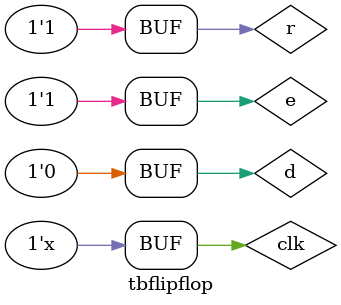
<source format=sv>
`timescale 1ns / 1ps


module tbflipflop;

logic d;
logic clk=0;
logic r;
logic q;
logic e;
logic qbar;

always 
#5 clk=~clk;

flipflop ff (.d(d),.clk(clk),.e(e),.r(r),.q(q),.qbar(qbar));

initial begin

e=0; r=1'b0 ; d=1'b0; 
#8
e=1; r=1'b1 ; d=1'b0;;
#8
e=1; r=1'b0 ; d=1'b1;
#8
e=1; r=1'b1 ; d=1'b0; 
#8
e=1; r=1'b1 ; d=1'b1;  // q = 1
#8
e=1; r=1'b1; d=1'b0;  // q should be zero
#8
e=0; r=1'b1 ; d=1'b1;  // q = 0
#8
e=1; r=1'b1 ; d=1'b1;  // q = 0
#8
e=1; r=1'b1 ; d=1'b0;  // q = 0
#8
e=1; r=1'b1 ; d=1'b0;  // q = 0
#8
e=1; r=1'b1; d=1'b0;  // q should be zero
#8
e=1; r=1'b1 ; d=1'b1;  // q = 0
#8
e=1; r=1'b1 ; d=1'b1;  // q = 0
#8
e=1; r=1'b1 ; d=1'b0;  // q = 0
#8
e=1; r=1'b1 ; d=1'b0;  // q = 0

end
endmodule

</source>
